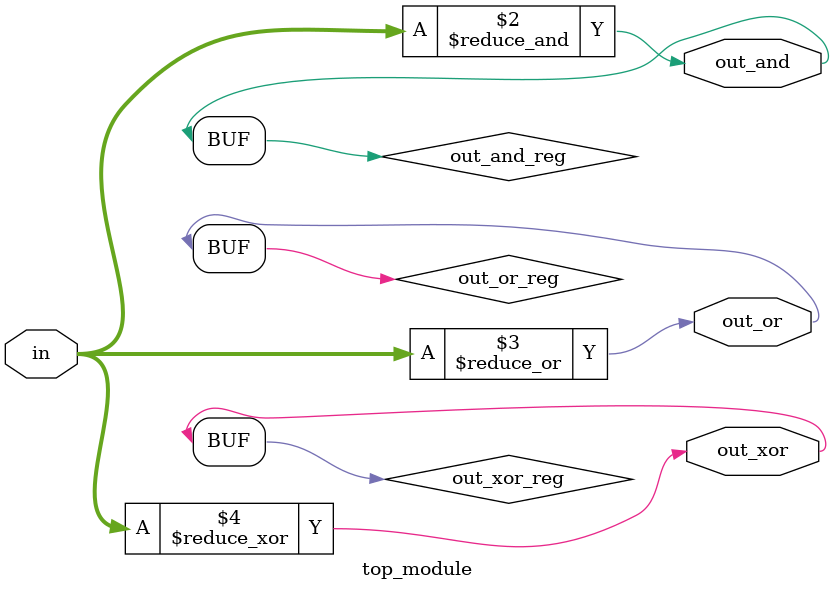
<source format=sv>
module top_module (
    input [99:0] in,
    output out_and,
    output out_or,
    output out_xor
);

    reg out_and_reg, out_or_reg, out_xor_reg;
    
    assign out_and = out_and_reg;
    assign out_or = out_or_reg;
    assign out_xor = out_xor_reg;
    
    always @(*) begin
        out_and_reg = &in;
        out_or_reg = |in;
        out_xor_reg = ^in;
    end

endmodule

</source>
